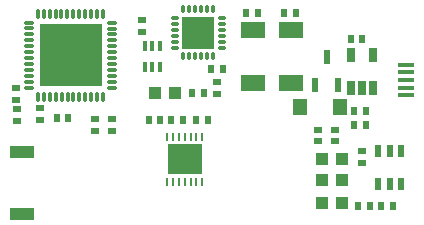
<source format=gtp>
G04 Layer: TopPasteMaskLayer*
G04 EasyEDA v6.5.14, 2022-08-24 11:35:25*
G04 453cab0d859b422d838698a6d57dd674,401f954c81374b6587e5d63e119e93f9,10*
G04 Gerber Generator version 0.2*
G04 Scale: 100 percent, Rotated: No, Reflected: No *
G04 Dimensions in millimeters *
G04 leading zeros omitted , absolute positions ,4 integer and 5 decimal *
%FSLAX45Y45*%
%MOMM*%

%AMMACRO1*21,1,$1,$2,0,0,$3*%
%ADD10R,0.2794X0.6500*%
%ADD11R,3.0000X2.6000*%
%ADD12R,1.3500X0.4000*%
%ADD13R,2.0000X1.3500*%
%ADD14R,0.5000X0.8000*%
%ADD15R,0.5500X1.0000*%
%ADD16R,0.8000X0.5000*%
%ADD17R,1.0922X0.9906*%
%ADD18O,0.2800096X0.6999986*%
%ADD19O,0.6999986X0.2800096*%
%ADD20R,2.8000X2.8000*%
%ADD21R,1.2000X1.4000*%
%ADD22R,0.4000X0.9000*%
%ADD23MACRO1,0.6223X1.1049X0.0000*%
%ADD24R,2.0000X1.0000*%
%ADD25O,0.2800096X0.9999979999999999*%
%ADD26O,0.9999979999999999X0.2800096*%
%ADD27R,5.3000X5.3000*%
%ADD28R,0.6000X1.3000*%

%LPD*%
D10*
G01*
X-1159992Y-20015D03*
G01*
X-1209979Y-20015D03*
G01*
X-1259992Y-20015D03*
G01*
X-1309979Y-20015D03*
G01*
X-1359992Y-20015D03*
G01*
X-1409979Y-20015D03*
G01*
X-1459991Y-20015D03*
G01*
X-1459991Y-400024D03*
G01*
X-1409979Y-400024D03*
G01*
X-1359992Y-400024D03*
G01*
X-1309979Y-400024D03*
G01*
X-1259992Y-400024D03*
D11*
G01*
X-1310004Y-210007D03*
D10*
G01*
X-1209979Y-400024D03*
G01*
X-1159992Y-400024D03*
D12*
G01*
X567512Y329996D03*
G01*
X567512Y394995D03*
G01*
X567512Y459994D03*
G01*
X567512Y524992D03*
G01*
X567512Y589991D03*
D13*
G01*
X-409955Y434898D03*
G01*
X-409955Y884885D03*
D14*
G01*
X-470001Y1029995D03*
G01*
X-370001Y1029995D03*
G01*
X-789990Y1029995D03*
G01*
X-689990Y1029995D03*
D15*
G01*
X520293Y-420014D03*
G01*
X425297Y-420014D03*
G01*
X330301Y-420014D03*
G01*
X330301Y-140004D03*
G01*
X425297Y-140004D03*
G01*
X520293Y-140004D03*
D16*
G01*
X195300Y-240004D03*
G01*
X195300Y-140004D03*
G01*
X-180009Y-59994D03*
G01*
X-180009Y40005D03*
D14*
G01*
X125298Y199999D03*
G01*
X225297Y199999D03*
D13*
G01*
X-729995Y435000D03*
G01*
X-729995Y885012D03*
D17*
G01*
X-149809Y-389991D03*
G01*
X20370Y-389991D03*
D14*
G01*
X-984707Y550011D03*
G01*
X-1084706Y550011D03*
D18*
G01*
X-1319707Y659993D03*
G01*
X-1269720Y659993D03*
G01*
X-1219707Y659993D03*
G01*
X-1169720Y659993D03*
G01*
X-1119708Y659993D03*
G01*
X-1069720Y659993D03*
D19*
G01*
X-994714Y734999D03*
G01*
X-994714Y784987D03*
G01*
X-994714Y834999D03*
G01*
X-994714Y884986D03*
G01*
X-994714Y934999D03*
G01*
X-994714Y984986D03*
D18*
G01*
X-1069720Y1059992D03*
G01*
X-1119708Y1059992D03*
G01*
X-1169720Y1059992D03*
G01*
X-1219707Y1059992D03*
G01*
X-1269720Y1059992D03*
G01*
X-1319707Y1059992D03*
D19*
G01*
X-1394713Y984986D03*
G01*
X-1394713Y934999D03*
G01*
X-1394713Y884986D03*
G01*
X-1394713Y834999D03*
G01*
X-1394713Y784987D03*
G01*
X-1394713Y734999D03*
D20*
G01*
X-1193444Y859993D03*
D14*
G01*
X-1244701Y350012D03*
G01*
X-1144701Y350012D03*
D17*
G01*
X-149809Y-210007D03*
G01*
X20370Y-210007D03*
G01*
X-1559788Y350012D03*
G01*
X-1389608Y350012D03*
D16*
G01*
X-40004Y39979D03*
G01*
X-40004Y-60020D03*
D14*
G01*
X455269Y-610006D03*
G01*
X355269Y-610006D03*
D17*
G01*
X-149809Y-580009D03*
G01*
X20370Y-580009D03*
D16*
G01*
X-2727705Y213995D03*
G01*
X-2727705Y113995D03*
D14*
G01*
X125298Y79984D03*
G01*
X225297Y79984D03*
G01*
X95300Y809980D03*
G01*
X195300Y809980D03*
D21*
G01*
X5283Y229997D03*
G01*
X-334695Y229997D03*
D22*
G01*
X-1584705Y570026D03*
G01*
X-1519707Y570026D03*
G01*
X-1519707Y750011D03*
G01*
X-1584705Y750011D03*
G01*
X-1649704Y750011D03*
G01*
X-1649704Y570026D03*
D23*
G01*
X287538Y394301D03*
G01*
X193558Y394301D03*
G01*
X97043Y394301D03*
G01*
X99578Y673701D03*
G01*
X287538Y673701D03*
D16*
G01*
X-1674723Y970000D03*
G01*
X-1674723Y870000D03*
D14*
G01*
X-2394711Y140004D03*
G01*
X-2294712Y140004D03*
D16*
G01*
X-2534691Y219989D03*
G01*
X-2534691Y119989D03*
D24*
G01*
X-2687599Y-151892D03*
G01*
X-2687599Y-671906D03*
D14*
G01*
X-1424711Y119989D03*
G01*
X-1324711Y119989D03*
G01*
X-1114704Y119989D03*
G01*
X-1214704Y119989D03*
D16*
G01*
X-1924710Y29997D03*
G01*
X-1924710Y129997D03*
D14*
G01*
X155295Y-610006D03*
G01*
X255295Y-610006D03*
G01*
X-1614703Y119989D03*
G01*
X-1514703Y119989D03*
D16*
G01*
X-2737713Y393979D03*
G01*
X-2737713Y293979D03*
G01*
X-2064689Y30022D03*
G01*
X-2064689Y130022D03*
D25*
G01*
X-2551582Y319963D03*
G01*
X-2501544Y319963D03*
G01*
X-2451506Y319963D03*
G01*
X-2401468Y319963D03*
G01*
X-2351430Y319963D03*
G01*
X-2301417Y319963D03*
G01*
X-2251633Y319963D03*
G01*
X-2201570Y319963D03*
G01*
X-2151532Y319963D03*
G01*
X-2101519Y319963D03*
G01*
X-2051456Y319963D03*
G01*
X-2001418Y319963D03*
D26*
G01*
X-1924735Y395655D03*
G01*
X-1924735Y445693D03*
G01*
X-1924735Y495731D03*
G01*
X-1924735Y545769D03*
G01*
X-1924735Y595807D03*
G01*
X-1924735Y645845D03*
G01*
X-1924735Y695629D03*
G01*
X-1924735Y745667D03*
G01*
X-1924735Y795705D03*
G01*
X-1924735Y845743D03*
G01*
X-1924735Y895781D03*
G01*
X-1924735Y945819D03*
D25*
G01*
X-2002967Y1019962D03*
G01*
X-2052980Y1019962D03*
G01*
X-2103018Y1019962D03*
G01*
X-2153056Y1019962D03*
G01*
X-2203119Y1019962D03*
G01*
X-2253132Y1019962D03*
G01*
X-2302916Y1019962D03*
G01*
X-2352954Y1019962D03*
G01*
X-2402992Y1019962D03*
G01*
X-2453030Y1019962D03*
G01*
X-2503068Y1019962D03*
G01*
X-2553106Y1019962D03*
D26*
G01*
X-2624709Y946835D03*
G01*
X-2624709Y896797D03*
G01*
X-2624709Y846759D03*
G01*
X-2624709Y796721D03*
G01*
X-2624709Y746683D03*
G01*
X-2624709Y696645D03*
G01*
X-2624709Y646861D03*
G01*
X-2624709Y596823D03*
G01*
X-2624709Y546785D03*
G01*
X-2624709Y496747D03*
G01*
X-2624709Y446709D03*
G01*
X-2624709Y396671D03*
D27*
G01*
X-2274722Y670001D03*
D16*
G01*
X-1034694Y340004D03*
G01*
X-1034694Y440004D03*
D28*
G01*
X-12700Y413994D03*
G01*
X-107695Y653999D03*
G01*
X-202717Y413994D03*
M02*

</source>
